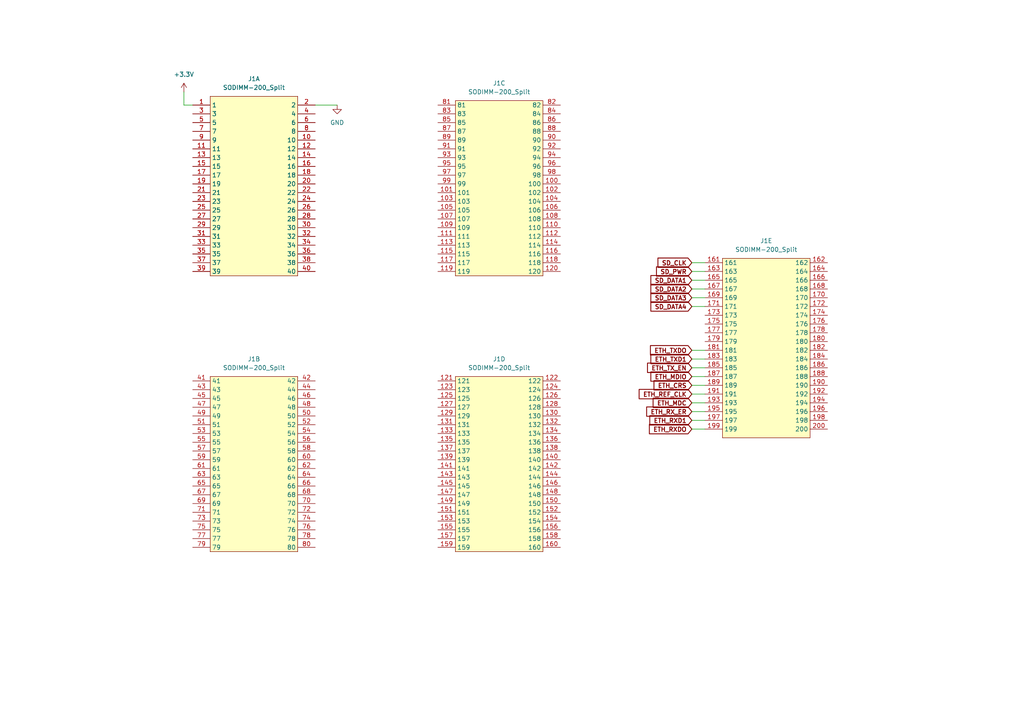
<source format=kicad_sch>
(kicad_sch (version 20231120) (generator "eeschema") (generator_version "8.0")
  (paper "A4")
  (lib_symbols
    (symbol "Connector:SODIMM-200_Split"
      (property "Reference" "J" (at 0 1.27 0))
      (property "Value" "SODIMM-200_Split" (at 0 -1.27 0))
      (symbol "SODIMM-200_Split_1_1"
        (rectangle (start -12.7 25.4) (end 12.7 -26.67) (fill (type background)))
        (pin passive line (at -17.78 22.86 0) (length 5.08) (name "1") (number "1"))
        (pin passive line (at 17.78 12.7 180) (length 5.08) (name "10") (number "10"))
        (pin passive line (at -17.78 10.16 0) (length 5.08) (name "11") (number "11"))
        (pin passive line (at 17.78 10.16 180) (length 5.08) (name "12") (number "12"))
        (pin passive line (at -17.78 7.62 0) (length 5.08) (name "13") (number "13"))
        (pin passive line (at 17.78 7.62 180) (length 5.08) (name "14") (number "14"))
        (pin passive line (at -17.78 5.08 0) (length 5.08) (name "15") (number "15"))
        (pin passive line (at 17.78 5.08 180) (length 5.08) (name "16") (number "16"))
        (pin passive line (at -17.78 2.54 0) (length 5.08) (name "17") (number "17"))
        (pin passive line (at 17.78 2.54 180) (length 5.08) (name "18") (number "18"))
        (pin passive line (at -17.78 0 0) (length 5.08) (name "19") (number "19"))
        (pin passive line (at 17.78 22.86 180) (length 5.08) (name "2") (number "2"))
        (pin passive line (at 17.78 0 180) (length 5.08) (name "20") (number "20"))
        (pin passive line (at -17.78 -2.54 0) (length 5.08) (name "21") (number "21"))
        (pin passive line (at 17.78 -2.54 180) (length 5.08) (name "22") (number "22"))
        (pin passive line (at -17.78 -5.08 0) (length 5.08) (name "23") (number "23"))
        (pin passive line (at 17.78 -5.08 180) (length 5.08) (name "24") (number "24"))
        (pin passive line (at -17.78 -7.62 0) (length 5.08) (name "25") (number "25"))
        (pin passive line (at 17.78 -7.62 180) (length 5.08) (name "26") (number "26"))
        (pin passive line (at -17.78 -10.16 0) (length 5.08) (name "27") (number "27"))
        (pin passive line (at 17.78 -10.16 180) (length 5.08) (name "28") (number "28"))
        (pin passive line (at -17.78 -12.7 0) (length 5.08) (name "29") (number "29"))
        (pin passive line (at -17.78 20.32 0) (length 5.08) (name "3") (number "3"))
        (pin passive line (at 17.78 -12.7 180) (length 5.08) (name "30") (number "30"))
        (pin passive line (at -17.78 -15.24 0) (length 5.08) (name "31") (number "31"))
        (pin passive line (at 17.78 -15.24 180) (length 5.08) (name "32") (number "32"))
        (pin passive line (at -17.78 -17.78 0) (length 5.08) (name "33") (number "33"))
        (pin passive line (at 17.78 -17.78 180) (length 5.08) (name "34") (number "34"))
        (pin passive line (at -17.78 -20.32 0) (length 5.08) (name "35") (number "35"))
        (pin passive line (at 17.78 -20.32 180) (length 5.08) (name "36") (number "36"))
        (pin passive line (at -17.78 -22.86 0) (length 5.08) (name "37") (number "37"))
        (pin passive line (at 17.78 -22.86 180) (length 5.08) (name "38") (number "38"))
        (pin passive line (at -17.78 -25.4 0) (length 5.08) (name "39") (number "39"))
        (pin passive line (at 17.78 20.32 180) (length 5.08) (name "4") (number "4"))
        (pin passive line (at 17.78 -25.4 180) (length 5.08) (name "40") (number "40"))
        (pin passive line (at -17.78 17.78 0) (length 5.08) (name "5") (number "5"))
        (pin passive line (at 17.78 17.78 180) (length 5.08) (name "6") (number "6"))
        (pin passive line (at -17.78 15.24 0) (length 5.08) (name "7") (number "7"))
        (pin passive line (at 17.78 15.24 180) (length 5.08) (name "8") (number "8"))
        (pin passive line (at -17.78 12.7 0) (length 5.08) (name "9") (number "9"))
      )
      (symbol "SODIMM-200_Split_2_1"
        (rectangle (start -12.7 -26.67) (end 12.7 24.13) (fill (type background)))
        (pin passive line (at -17.78 22.86 0) (length 5.08) (name "41") (number "41"))
        (pin passive line (at 17.78 22.86 180) (length 5.08) (name "42") (number "42"))
        (pin passive line (at -17.78 20.32 0) (length 5.08) (name "43") (number "43"))
        (pin passive line (at 17.78 20.32 180) (length 5.08) (name "44") (number "44"))
        (pin passive line (at -17.78 17.78 0) (length 5.08) (name "45") (number "45"))
        (pin passive line (at 17.78 17.78 180) (length 5.08) (name "46") (number "46"))
        (pin passive line (at -17.78 15.24 0) (length 5.08) (name "47") (number "47"))
        (pin passive line (at 17.78 15.24 180) (length 5.08) (name "48") (number "48"))
        (pin passive line (at -17.78 12.7 0) (length 5.08) (name "49") (number "49"))
        (pin passive line (at 17.78 12.7 180) (length 5.08) (name "50") (number "50"))
        (pin passive line (at -17.78 10.16 0) (length 5.08) (name "51") (number "51"))
        (pin passive line (at 17.78 10.16 180) (length 5.08) (name "52") (number "52"))
        (pin passive line (at -17.78 7.62 0) (length 5.08) (name "53") (number "53"))
        (pin passive line (at 17.78 7.62 180) (length 5.08) (name "54") (number "54"))
        (pin passive line (at -17.78 5.08 0) (length 5.08) (name "55") (number "55"))
        (pin passive line (at 17.78 5.08 180) (length 5.08) (name "56") (number "56"))
        (pin passive line (at -17.78 2.54 0) (length 5.08) (name "57") (number "57"))
        (pin passive line (at 17.78 2.54 180) (length 5.08) (name "58") (number "58"))
        (pin passive line (at -17.78 0 0) (length 5.08) (name "59") (number "59"))
        (pin passive line (at 17.78 0 180) (length 5.08) (name "60") (number "60"))
        (pin passive line (at -17.78 -2.54 0) (length 5.08) (name "61") (number "61"))
        (pin passive line (at 17.78 -2.54 180) (length 5.08) (name "62") (number "62"))
        (pin passive line (at -17.78 -5.08 0) (length 5.08) (name "63") (number "63"))
        (pin passive line (at 17.78 -5.08 180) (length 5.08) (name "64") (number "64"))
        (pin passive line (at -17.78 -7.62 0) (length 5.08) (name "65") (number "65"))
        (pin passive line (at 17.78 -7.62 180) (length 5.08) (name "66") (number "66"))
        (pin passive line (at -17.78 -10.16 0) (length 5.08) (name "67") (number "67"))
        (pin passive line (at 17.78 -10.16 180) (length 5.08) (name "68") (number "68"))
        (pin passive line (at -17.78 -12.7 0) (length 5.08) (name "69") (number "69"))
        (pin passive line (at 17.78 -12.7 180) (length 5.08) (name "70") (number "70"))
        (pin passive line (at -17.78 -15.24 0) (length 5.08) (name "71") (number "71"))
        (pin passive line (at 17.78 -15.24 180) (length 5.08) (name "72") (number "72"))
        (pin passive line (at -17.78 -17.78 0) (length 5.08) (name "73") (number "73"))
        (pin passive line (at 17.78 -17.78 180) (length 5.08) (name "74") (number "74"))
        (pin passive line (at -17.78 -20.32 0) (length 5.08) (name "75") (number "75"))
        (pin passive line (at 17.78 -20.32 180) (length 5.08) (name "76") (number "76"))
        (pin passive line (at -17.78 -22.86 0) (length 5.08) (name "77") (number "77"))
        (pin passive line (at 17.78 -22.86 180) (length 5.08) (name "78") (number "78"))
        (pin passive line (at -17.78 -25.4 0) (length 5.08) (name "79") (number "79"))
        (pin passive line (at 17.78 -25.4 180) (length 5.08) (name "80") (number "80"))
      )
      (symbol "SODIMM-200_Split_3_1"
        (rectangle (start -12.7 24.13) (end 12.7 -26.67) (fill (type background)))
        (pin passive line (at 17.78 0 180) (length 5.08) (name "100") (number "100"))
        (pin passive line (at -17.78 -2.54 0) (length 5.08) (name "101") (number "101"))
        (pin passive line (at 17.78 -2.54 180) (length 5.08) (name "102") (number "102"))
        (pin passive line (at -17.78 -5.08 0) (length 5.08) (name "103") (number "103"))
        (pin passive line (at 17.78 -5.08 180) (length 5.08) (name "104") (number "104"))
        (pin passive line (at -17.78 -7.62 0) (length 5.08) (name "105") (number "105"))
        (pin passive line (at 17.78 -7.62 180) (length 5.08) (name "106") (number "106"))
        (pin passive line (at -17.78 -10.16 0) (length 5.08) (name "107") (number "107"))
        (pin passive line (at 17.78 -10.16 180) (length 5.08) (name "108") (number "108"))
        (pin passive line (at -17.78 -12.7 0) (length 5.08) (name "109") (number "109"))
        (pin passive line (at 17.78 -12.7 180) (length 5.08) (name "110") (number "110"))
        (pin passive line (at -17.78 -15.24 0) (length 5.08) (name "111") (number "111"))
        (pin passive line (at 17.78 -15.24 180) (length 5.08) (name "112") (number "112"))
        (pin passive line (at -17.78 -17.78 0) (length 5.08) (name "113") (number "113"))
        (pin passive line (at 17.78 -17.78 180) (length 5.08) (name "114") (number "114"))
        (pin passive line (at -17.78 -20.32 0) (length 5.08) (name "115") (number "115"))
        (pin passive line (at 17.78 -20.32 180) (length 5.08) (name "116") (number "116"))
        (pin passive line (at -17.78 -22.86 0) (length 5.08) (name "117") (number "117"))
        (pin passive line (at 17.78 -22.86 180) (length 5.08) (name "118") (number "118"))
        (pin passive line (at -17.78 -25.4 0) (length 5.08) (name "119") (number "119"))
        (pin passive line (at 17.78 -25.4 180) (length 5.08) (name "120") (number "120"))
        (pin passive line (at -17.78 22.86 0) (length 5.08) (name "81") (number "81"))
        (pin passive line (at 17.78 22.86 180) (length 5.08) (name "82") (number "82"))
        (pin passive line (at -17.78 20.32 0) (length 5.08) (name "83") (number "83"))
        (pin passive line (at 17.78 20.32 180) (length 5.08) (name "84") (number "84"))
        (pin passive line (at -17.78 17.78 0) (length 5.08) (name "85") (number "85"))
        (pin passive line (at 17.78 17.78 180) (length 5.08) (name "86") (number "86"))
        (pin passive line (at -17.78 15.24 0) (length 5.08) (name "87") (number "87"))
        (pin passive line (at 17.78 15.24 180) (length 5.08) (name "88") (number "88"))
        (pin passive line (at -17.78 12.7 0) (length 5.08) (name "89") (number "89"))
        (pin passive line (at 17.78 12.7 180) (length 5.08) (name "90") (number "90"))
        (pin passive line (at -17.78 10.16 0) (length 5.08) (name "91") (number "91"))
        (pin passive line (at 17.78 10.16 180) (length 5.08) (name "92") (number "92"))
        (pin passive line (at -17.78 7.62 0) (length 5.08) (name "93") (number "93"))
        (pin passive line (at 17.78 7.62 180) (length 5.08) (name "94") (number "94"))
        (pin passive line (at -17.78 5.08 0) (length 5.08) (name "95") (number "95"))
        (pin passive line (at 17.78 5.08 180) (length 5.08) (name "96") (number "96"))
        (pin passive line (at -17.78 2.54 0) (length 5.08) (name "97") (number "97"))
        (pin passive line (at 17.78 2.54 180) (length 5.08) (name "98") (number "98"))
        (pin passive line (at -17.78 0 0) (length 5.08) (name "99") (number "99"))
      )
      (symbol "SODIMM-200_Split_4_1"
        (rectangle (start -12.7 24.13) (end 12.7 -26.67) (fill (type background)))
        (pin passive line (at -17.78 22.86 0) (length 5.08) (name "121") (number "121"))
        (pin passive line (at 17.78 22.86 180) (length 5.08) (name "122") (number "122"))
        (pin passive line (at -17.78 20.32 0) (length 5.08) (name "123") (number "123"))
        (pin passive line (at 17.78 20.32 180) (length 5.08) (name "124") (number "124"))
        (pin passive line (at -17.78 17.78 0) (length 5.08) (name "125") (number "125"))
        (pin passive line (at 17.78 17.78 180) (length 5.08) (name "126") (number "126"))
        (pin passive line (at -17.78 15.24 0) (length 5.08) (name "127") (number "127"))
        (pin passive line (at 17.78 15.24 180) (length 5.08) (name "128") (number "128"))
        (pin passive line (at -17.78 12.7 0) (length 5.08) (name "129") (number "129"))
        (pin passive line (at 17.78 12.7 180) (length 5.08) (name "130") (number "130"))
        (pin passive line (at -17.78 10.16 0) (length 5.08) (name "131") (number "131"))
        (pin passive line (at 17.78 10.16 180) (length 5.08) (name "132") (number "132"))
        (pin passive line (at -17.78 7.62 0) (length 5.08) (name "133") (number "133"))
        (pin passive line (at 17.78 7.62 180) (length 5.08) (name "134") (number "134"))
        (pin passive line (at -17.78 5.08 0) (length 5.08) (name "135") (number "135"))
        (pin passive line (at 17.78 5.08 180) (length 5.08) (name "136") (number "136"))
        (pin passive line (at -17.78 2.54 0) (length 5.08) (name "137") (number "137"))
        (pin passive line (at 17.78 2.54 180) (length 5.08) (name "138") (number "138"))
        (pin passive line (at -17.78 0 0) (length 5.08) (name "139") (number "139"))
        (pin passive line (at 17.78 0 180) (length 5.08) (name "140") (number "140"))
        (pin passive line (at -17.78 -2.54 0) (length 5.08) (name "141") (number "141"))
        (pin passive line (at 17.78 -2.54 180) (length 5.08) (name "142") (number "142"))
        (pin passive line (at -17.78 -5.08 0) (length 5.08) (name "143") (number "143"))
        (pin passive line (at 17.78 -5.08 180) (length 5.08) (name "144") (number "144"))
        (pin passive line (at -17.78 -7.62 0) (length 5.08) (name "145") (number "145"))
        (pin passive line (at 17.78 -7.62 180) (length 5.08) (name "146") (number "146"))
        (pin passive line (at -17.78 -10.16 0) (length 5.08) (name "147") (number "147"))
        (pin passive line (at 17.78 -10.16 180) (length 5.08) (name "148") (number "148"))
        (pin passive line (at -17.78 -12.7 0) (length 5.08) (name "149") (number "149"))
        (pin passive line (at 17.78 -12.7 180) (length 5.08) (name "150") (number "150"))
        (pin passive line (at -17.78 -15.24 0) (length 5.08) (name "151") (number "151"))
        (pin passive line (at 17.78 -15.24 180) (length 5.08) (name "152") (number "152"))
        (pin passive line (at -17.78 -17.78 0) (length 5.08) (name "153") (number "153"))
        (pin passive line (at 17.78 -17.78 180) (length 5.08) (name "154") (number "154"))
        (pin passive line (at -17.78 -20.32 0) (length 5.08) (name "155") (number "155"))
        (pin passive line (at 17.78 -20.32 180) (length 5.08) (name "156") (number "156"))
        (pin passive line (at -17.78 -22.86 0) (length 5.08) (name "157") (number "157"))
        (pin passive line (at 17.78 -22.86 180) (length 5.08) (name "158") (number "158"))
        (pin passive line (at -17.78 -25.4 0) (length 5.08) (name "159") (number "159"))
        (pin passive line (at 17.78 -25.4 180) (length 5.08) (name "160") (number "160"))
      )
      (symbol "SODIMM-200_Split_5_1"
        (rectangle (start -12.7 24.13) (end 12.7 -27.94) (fill (type background)))
        (pin passive line (at -17.78 22.86 0) (length 5.08) (name "161") (number "161"))
        (pin passive line (at 17.78 22.86 180) (length 5.08) (name "162") (number "162"))
        (pin passive line (at -17.78 20.32 0) (length 5.08) (name "163") (number "163"))
        (pin passive line (at 17.78 20.32 180) (length 5.08) (name "164") (number "164"))
        (pin passive line (at -17.78 17.78 0) (length 5.08) (name "165") (number "165"))
        (pin passive line (at 17.78 17.78 180) (length 5.08) (name "166") (number "166"))
        (pin passive line (at -17.78 15.24 0) (length 5.08) (name "167") (number "167"))
        (pin passive line (at 17.78 15.24 180) (length 5.08) (name "168") (number "168"))
        (pin passive line (at -17.78 12.7 0) (length 5.08) (name "169") (number "169"))
        (pin passive line (at 17.78 12.7 180) (length 5.08) (name "170") (number "170"))
        (pin passive line (at -17.78 10.16 0) (length 5.08) (name "171") (number "171"))
        (pin passive line (at 17.78 10.16 180) (length 5.08) (name "172") (number "172"))
        (pin passive line (at -17.78 7.62 0) (length 5.08) (name "173") (number "173"))
        (pin passive line (at 17.78 7.62 180) (length 5.08) (name "174") (number "174"))
        (pin passive line (at -17.78 5.08 0) (length 5.08) (name "175") (number "175"))
        (pin passive line (at 17.78 5.08 180) (length 5.08) (name "176") (number "176"))
        (pin passive line (at -17.78 2.54 0) (length 5.08) (name "177") (number "177"))
        (pin passive line (at 17.78 2.54 180) (length 5.08) (name "178") (number "178"))
        (pin passive line (at -17.78 0 0) (length 5.08) (name "179") (number "179"))
        (pin passive line (at 17.78 0 180) (length 5.08) (name "180") (number "180"))
        (pin passive line (at -17.78 -2.54 0) (length 5.08) (name "181") (number "181"))
        (pin passive line (at 17.78 -2.54 180) (length 5.08) (name "182") (number "182"))
        (pin passive line (at -17.78 -5.08 0) (length 5.08) (name "183") (number "183"))
        (pin passive line (at 17.78 -5.08 180) (length 5.08) (name "184") (number "184"))
        (pin passive line (at -17.78 -7.62 0) (length 5.08) (name "185") (number "185"))
        (pin passive line (at 17.78 -7.62 180) (length 5.08) (name "186") (number "186"))
        (pin passive line (at -17.78 -10.16 0) (length 5.08) (name "187") (number "187"))
        (pin passive line (at 17.78 -10.16 180) (length 5.08) (name "188") (number "188"))
        (pin passive line (at -17.78 -12.7 0) (length 5.08) (name "189") (number "189"))
        (pin passive line (at 17.78 -12.7 180) (length 5.08) (name "190") (number "190"))
        (pin passive line (at -17.78 -15.24 0) (length 5.08) (name "191") (number "191"))
        (pin passive line (at 17.78 -15.24 180) (length 5.08) (name "192") (number "192"))
        (pin passive line (at -17.78 -17.78 0) (length 5.08) (name "193") (number "193"))
        (pin passive line (at 17.78 -17.78 180) (length 5.08) (name "194") (number "194"))
        (pin passive line (at -17.78 -20.32 0) (length 5.08) (name "195") (number "195"))
        (pin passive line (at 17.78 -20.32 180) (length 5.08) (name "196") (number "196"))
        (pin passive line (at -17.78 -22.86 0) (length 5.08) (name "197") (number "197"))
        (pin passive line (at 17.78 -22.86 180) (length 5.08) (name "198") (number "198"))
        (pin passive line (at -17.78 -25.4 0) (length 5.08) (name "199") (number "199"))
        (pin passive line (at 17.78 -25.4 180) (length 5.08) (name "200") (number "200"))
      )
    )
    (symbol "power:+3.3V" (power) (pin_names (offset 0))
      (property "Value" "+3.3V" (at 0 3.556 0))
      (symbol "+3.3V_0_1"
        (polyline (pts (xy -0.762 1.27) (xy 0 2.54)))
        (polyline (pts (xy 0 0) (xy 0 2.54)))
        (polyline (pts (xy 0 2.54) (xy 0.762 1.27)))
      )
      (symbol "+3.3V_1_1"
        (pin power_in line (at 0 0 90) (length 0) hide (name "+3.3V") (number "1"))
      )
    )
    (symbol "power:GND" (power) (pin_names (offset 0))
      (property "Value" "GND" (at 0 -3.81 0))
      (symbol "GND_0_1"
        (polyline (pts (xy 0 0) (xy 0 -1.27) (xy 1.27 -1.27) (xy 0 -2.54) (xy -1.27 -1.27) (xy 0 -1.27)))
      )
      (symbol "GND_1_1"
        (pin power_in line (at 0 0 270) (length 0) hide (name "GND") (number "1"))
      )
    )
  )
  (wire (pts (xy 200.66 111.76) (xy 204.47 111.76)))
  (wire (pts (xy 200.66 119.38) (xy 204.47 119.38)))
  (wire (pts (xy 53.34 30.48) (xy 55.88 30.48)))
  (wire (pts (xy 200.66 88.9) (xy 204.47 88.9)))
  (wire (pts (xy 200.66 114.3) (xy 204.47 114.3)))
  (wire (pts (xy 200.66 83.82) (xy 204.47 83.82)))
  (wire (pts (xy 200.66 78.74) (xy 204.47 78.74)))
  (wire (pts (xy 200.66 106.68) (xy 204.47 106.68)))
  (wire (pts (xy 200.66 81.28) (xy 204.47 81.28)))
  (wire (pts (xy 53.34 26.67) (xy 53.34 30.48)))
  (wire (pts (xy 200.66 116.84) (xy 204.47 116.84)))
  (wire (pts (xy 91.44 30.48) (xy 97.79 30.48)))
  (wire (pts (xy 200.66 101.6) (xy 204.47 101.6)))
  (wire (pts (xy 200.66 104.14) (xy 204.47 104.14)))
  (wire (pts (xy 200.66 124.46) (xy 204.47 124.46)))
  (wire (pts (xy 200.66 76.2) (xy 204.47 76.2)))
  (wire (pts (xy 200.66 121.92) (xy 204.47 121.92)))
  (wire (pts (xy 200.66 109.22) (xy 204.47 109.22)))
  (wire (pts (xy 200.66 86.36) (xy 204.47 86.36)))
  (global_label "SD_DATA2" (shape input) (at 200.66 83.82 180) (effects (font (bold yes))) (property "Intersheetrefs" "${INTERSHEET_REFS}" (effects (hide yes))))
  (global_label "SD_DATA3" (shape input) (at 200.66 86.36 180) (effects (font (bold yes))) (property "Intersheetrefs" "${INTERSHEET_REFS}" (effects (hide yes))))
  (global_label "ETH_TXDO" (shape input) (at 200.66 101.6 180) (effects (font (bold yes))) (property "Intersheetrefs" "${INTERSHEET_REFS}" (effects (hide yes))))
  (global_label "ETH_RXD1" (shape input) (at 200.66 121.92 180) (effects (font (bold yes))) (property "Intersheetrefs" "${INTERSHEET_REFS}" (effects (hide yes))))
  (global_label "SD_PWR" (shape input) (at 200.66 78.74 180) (effects (font (bold yes))) (property "Intersheetrefs" "${INTERSHEET_REFS}" (effects (hide yes))))
  (global_label "SD_DATA4" (shape input) (at 200.66 88.9 180) (effects (font (bold yes))) (property "Intersheetrefs" "${INTERSHEET_REFS}" (effects (hide yes))))
  (global_label "ETH_TX_EN" (shape input) (at 200.66 106.68 180) (effects (font (bold yes))) (property "Intersheetrefs" "${INTERSHEET_REFS}" (effects (hide yes))))
  (global_label "ETH_RX_ER" (shape input) (at 200.66 119.38 180) (effects (font (bold yes))) (property "Intersheetrefs" "${INTERSHEET_REFS}" (effects (hide yes))))
  (global_label "ETH_MDC" (shape input) (at 200.66 116.84 180) (effects (font (bold yes))) (property "Intersheetrefs" "${INTERSHEET_REFS}" (effects (hide yes))))
  (global_label "ETH_CRS" (shape input) (at 200.66 111.76 180) (effects (font (bold yes))) (property "Intersheetrefs" "${INTERSHEET_REFS}" (effects (hide yes))))
  (global_label "ETH_REF_CLK" (shape input) (at 200.66 114.3 180) (effects (font (bold yes))) (property "Intersheetrefs" "${INTERSHEET_REFS}" (effects (hide yes))))
  (global_label "SD_CLK" (shape input) (at 200.66 76.2 180) (effects (font (bold yes))) (property "Intersheetrefs" "${INTERSHEET_REFS}" (effects (hide yes))))
  (global_label "ETH_MDIO" (shape input) (at 200.66 109.22 180) (effects (font (bold yes))) (property "Intersheetrefs" "${INTERSHEET_REFS}" (effects (hide yes))))
  (global_label "SD_DATA1" (shape input) (at 200.66 81.28 180) (effects (font (bold yes))) (property "Intersheetrefs" "${INTERSHEET_REFS}" (effects (hide yes))))
  (global_label "ETH_RXDO" (shape input) (at 200.66 124.46 180) (effects (font (bold yes))) (property "Intersheetrefs" "${INTERSHEET_REFS}" (effects (hide yes))))
  (global_label "ETH_TXD1" (shape input) (at 200.66 104.14 180) (effects (font (bold yes))) (property "Intersheetrefs" "${INTERSHEET_REFS}" (effects (hide yes))))
  (symbol (lib_id "Connector:SODIMM-200_Split") (at 144.78 53.34 0) (unit 3)
    (property "Reference" "J1" (at 144.78 24.13 0))
    (property "Value" "SODIMM-200_Split" (at 144.78 26.67 0))
    (property "Description" "SODIMM 200 Pin socket" (effects (hide yes)))
  )
  (symbol (lib_id "Connector:SODIMM-200_Split") (at 222.25 99.06 0) (unit 5)
    (property "Reference" "J1" (at 222.25 69.85 0))
    (property "Value" "SODIMM-200_Split" (at 222.25 72.39 0))
    (property "Description" "SODIMM 200 Pin socket" (effects (hide yes)))
  )
  (symbol (lib_id "power:+3.3V") (at 53.34 26.67 0) (mirror y) (unit 1)
    (property "Reference" "#PWR07" (effects (hide yes)))
    (property "Value" "+3.3V" (at 53.34 21.59 0))
    (property "Description" "Power symbol creates a global label with name \"+3.3V\"" (effects (hide yes)))
  )
  (symbol (lib_id "Connector:SODIMM-200_Split") (at 73.66 53.34 0) (unit 1)
    (property "Reference" "J1" (at 73.66 22.86 0))
    (property "Value" "SODIMM-200_Split" (at 73.66 25.4 0))
    (property "Description" "SODIMM 200 Pin socket" (effects (hide yes)))
  )
  (symbol (lib_id "Connector:SODIMM-200_Split") (at 144.78 133.35 0) (unit 4)
    (property "Reference" "J1" (at 144.78 104.14 0))
    (property "Value" "SODIMM-200_Split" (at 144.78 106.68 0))
    (property "Description" "SODIMM 200 Pin socket" (effects (hide yes)))
  )
  (symbol (lib_id "power:GND") (at 97.79 30.48 0) (mirror y) (unit 1)
    (property "Reference" "#PWR08" (effects (hide yes)))
    (property "Value" "GND" (at 97.79 35.56 0))
    (property "Description" "Power symbol creates a global label with name \"GND\" , ground" (effects (hide yes)))
  )
  (symbol (lib_id "Connector:SODIMM-200_Split") (at 73.66 133.35 0) (unit 2)
    (property "Reference" "J1" (at 73.66 104.14 0))
    (property "Value" "SODIMM-200_Split" (at 73.66 106.68 0))
    (property "Description" "SODIMM 200 Pin socket" (effects (hide yes)))
  )
)
</source>
